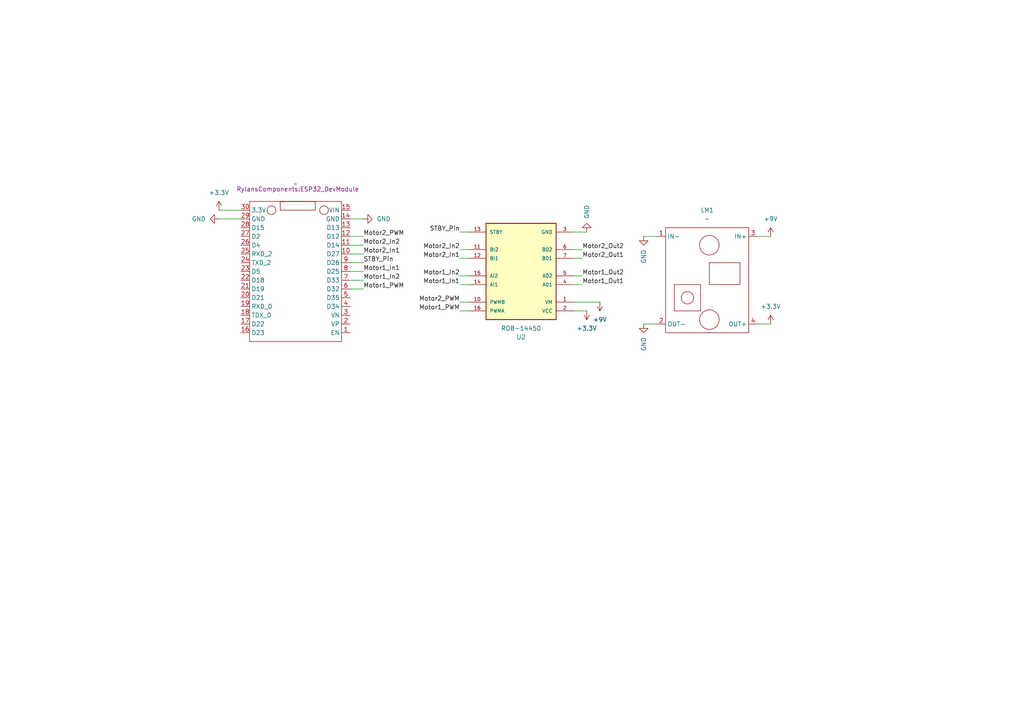
<source format=kicad_sch>
(kicad_sch (version 20250114) (generator "eeschema") (generator_version "9.0")
  (paper "A4")
  (lib_symbols
    (symbol "ROB-14450:ROB-14450" (pin_names (offset 1.016))
      (property "Reference" "U" (at -10.16 16.002 0))
      (property "Value" "ROB-14450" (at -10.16 -15.24 0))
      (symbol "ROB-14450_0_0"
        (rectangle (start -10.16 -12.7) (end 10.16 15.24) (stroke (width 0.254)) (fill (type background)))
        (pin input line (at -15.24 12.7 0) (length 5.08) (name "PWMA") (number "16"))
        (pin input line (at -15.24 10.16 0) (length 5.08) (name "PWMB") (number "10"))
        (pin input line (at -15.24 5.08 0) (length 5.08) (name "AI1") (number "14"))
        (pin input line (at -15.24 2.54 0) (length 5.08) (name "AI2") (number "15"))
        (pin input line (at -15.24 -2.54 0) (length 5.08) (name "BI1") (number "12"))
        (pin input line (at -15.24 -5.08 0) (length 5.08) (name "BI2") (number "11"))
        (pin input line (at -15.24 -10.16 0) (length 5.08) (name "STBY") (number "13"))
        (pin power_in line (at 15.24 12.7 180) (length 5.08) (name "VCC") (number "2"))
        (pin power_in line (at 15.24 10.16 180) (length 5.08) (name "VM") (number "1"))
        (pin output line (at 15.24 5.08 180) (length 5.08) (name "A01") (number "4"))
        (pin output line (at 15.24 2.54 180) (length 5.08) (name "A02") (number "5"))
        (pin output line (at 15.24 -2.54 180) (length 5.08) (name "B01") (number "7"))
        (pin output line (at 15.24 -5.08 180) (length 5.08) (name "B02") (number "6"))
        (pin power_in line (at 15.24 -10.16 180) (length 5.08) (name "GND") (number "3"))
        (pin power_in line (at 15.24 -10.16 180) (length 5.08) (hide yes) (name "GND") (number "8"))
        (pin power_in line (at 15.24 -10.16 180) (length 5.08) (hide yes) (name "GND") (number "9"))
      )
    )
    (symbol "RylanSymbols:DC-DC_LM2596"
      (property "Reference" "LM2596" (at 0 -15.494 0))
      (symbol "DC-DC_LM2596_0_1"
        (rectangle (start -12.7 17.78) (end 11.43 -12.7))
        (rectangle (start -10.16 1.27) (end -2.54 -6.35))
        (circle (center -6.35 -2.54) (radius 1.7961))
        (circle (center 0 12.7) (radius 2.8398))
        (rectangle (start 0 7.62) (end 8.89 1.27))
        (circle (center 0 -8.89) (radius 2.8398))
      )
      (symbol "DC-DC_LM2596_1_1"
        (pin input line (at -15.24 15.24 0) (length 2.54) (name "IN-") (number "1"))
        (pin output line (at -15.24 -10.16 0) (length 2.54) (name "OUT-") (number "2"))
        (pin input line (at 13.97 15.24 180) (length 2.54) (name "IN+") (number "3"))
        (pin output line (at 13.97 -10.16 180) (length 2.54) (name "OUT+") (number "4"))
      )
    )
    (symbol "RylanSymbols:ESP32_DevModule"
      (property "Footprint" "RylansComponents:ESP32_DevModule" (at 1.524 -21.844 0))
      (symbol "ESP32_DevModule_0_1"
        (rectangle (start -12.7 20.32) (end 13.97 -20.32))
        (circle (center -7.62 -17.78) (radius 1.27))
        (rectangle (start -5.08 -17.78) (end 5.08 -20.32))
        (circle (center 7.62 -17.78) (radius 1.27))
      )
      (symbol "ESP32_DevModule_1_1"
        (pin input line (at -15.24 17.78 0) (length 2.54) (name "EN") (number "1"))
        (pin bidirectional line (at -15.24 15.24 0) (length 2.54) (name "VP") (number "2"))
        (pin bidirectional line (at -15.24 12.7 0) (length 2.54) (name "VN") (number "3"))
        (pin bidirectional line (at -15.24 10.16 0) (length 2.54) (name "D34") (number "4"))
        (pin bidirectional line (at -15.24 7.62 0) (length 2.54) (name "D35") (number "5"))
        (pin bidirectional line (at -15.24 5.08 0) (length 2.54) (name "D32") (number "6"))
        (pin bidirectional line (at -15.24 2.54 0) (length 2.54) (name "D33") (number "7"))
        (pin bidirectional line (at -15.24 0 0) (length 2.54) (name "D25") (number "8"))
        (pin bidirectional line (at -15.24 -2.54 0) (length 2.54) (name "D26") (number "9"))
        (pin bidirectional line (at -15.24 -5.08 0) (length 2.54) (name "D27") (number "10"))
        (pin bidirectional line (at -15.24 -7.62 0) (length 2.54) (name "D14") (number "11"))
        (pin bidirectional line (at -15.24 -10.16 0) (length 2.54) (name "D12") (number "12"))
        (pin bidirectional line (at -15.24 -12.7 0) (length 2.54) (name "D13") (number "13"))
        (pin input line (at -15.24 -15.24 0) (length 2.54) (name "GND") (number "14"))
        (pin input line (at -15.24 -17.78 0) (length 2.54) (name "VIN") (number "15"))
        (pin bidirectional line (at 16.51 17.78 180) (length 2.54) (name "D23") (number "16"))
        (pin bidirectional line (at 16.51 15.24 180) (length 2.54) (name "D22") (number "17"))
        (pin bidirectional line (at 16.51 12.7 180) (length 2.54) (name "TDX_0") (number "18"))
        (pin bidirectional line (at 16.51 10.16 180) (length 2.54) (name "RXD_0") (number "19"))
        (pin bidirectional line (at 16.51 7.62 180) (length 2.54) (name "D21") (number "20"))
        (pin bidirectional line (at 16.51 5.08 180) (length 2.54) (name "D19") (number "21"))
        (pin bidirectional line (at 16.51 2.54 180) (length 2.54) (name "D18") (number "22"))
        (pin bidirectional line (at 16.51 0 180) (length 2.54) (name "D5") (number "23"))
        (pin bidirectional line (at 16.51 -2.54 180) (length 2.54) (name "TXD_2") (number "24"))
        (pin bidirectional line (at 16.51 -5.08 180) (length 2.54) (name "RXD_2") (number "25"))
        (pin bidirectional line (at 16.51 -7.62 180) (length 2.54) (name "D4") (number "26"))
        (pin bidirectional line (at 16.51 -10.16 180) (length 2.54) (name "D2") (number "27"))
        (pin bidirectional line (at 16.51 -12.7 180) (length 2.54) (name "D15") (number "28"))
        (pin input line (at 16.51 -15.24 180) (length 2.54) (name "GND") (number "29"))
        (pin power_in line (at 16.51 -17.78 180) (length 2.54) (name "3.3V") (number "30"))
      )
    )
    (symbol "power:+3.3V" (power) (pin_numbers (hide yes)) (pin_names (offset 0) (hide yes))
      (property "Value" "+3.3V" (at 0 3.556 0))
      (symbol "+3.3V_0_1"
        (polyline (pts (xy -0.762 1.27) (xy 0 2.54)))
        (polyline (pts (xy 0 2.54) (xy 0.762 1.27)))
        (polyline (pts (xy 0 0) (xy 0 2.54)))
      )
      (symbol "+3.3V_1_1"
        (pin power_in line (at 0 0 90) (length 0) (name "~") (number "1"))
      )
    )
    (symbol "power:+9V" (power) (pin_numbers (hide yes)) (pin_names (offset 0) (hide yes))
      (property "Value" "+9V" (at 0 3.556 0))
      (symbol "+9V_0_1"
        (polyline (pts (xy -0.762 1.27) (xy 0 2.54)))
        (polyline (pts (xy 0 2.54) (xy 0.762 1.27)))
        (polyline (pts (xy 0 0) (xy 0 2.54)))
      )
      (symbol "+9V_1_1"
        (pin power_in line (at 0 0 90) (length 0) (name "~") (number "1"))
      )
    )
    (symbol "power:GND" (power) (pin_numbers (hide yes)) (pin_names (offset 0) (hide yes))
      (property "Value" "GND" (at 0 -3.81 0))
      (symbol "GND_0_1"
        (polyline (pts (xy 0 0) (xy 0 -1.27) (xy 1.27 -1.27) (xy 0 -2.54) (xy -1.27 -1.27) (xy 0 -1.27)))
      )
      (symbol "GND_1_1"
        (pin power_in line (at 0 0 270) (length 0) (name "~") (number "1"))
      )
    )
  )
  (wire (pts (xy 101.6 68.58) (xy 105.41 68.58)))
  (wire (pts (xy 166.37 80.01) (xy 168.91 80.01)))
  (wire (pts (xy 166.37 82.55) (xy 168.91 82.55)))
  (wire (pts (xy 166.37 74.93) (xy 168.91 74.93)))
  (wire (pts (xy 166.37 90.17) (xy 170.18 90.17)))
  (wire (pts (xy 135.89 80.01) (xy 133.35 80.01)))
  (wire (pts (xy 101.6 81.28) (xy 105.41 81.28)))
  (wire (pts (xy 101.6 71.12) (xy 105.41 71.12)))
  (wire (pts (xy 63.5 63.5) (xy 69.85 63.5)))
  (wire (pts (xy 186.69 68.58) (xy 190.5 68.58)))
  (wire (pts (xy 133.35 87.63) (xy 135.89 87.63)))
  (wire (pts (xy 101.6 63.5) (xy 105.41 63.5)))
  (wire (pts (xy 219.71 68.58) (xy 223.52 68.58)))
  (wire (pts (xy 135.89 72.39) (xy 133.35 72.39)))
  (wire (pts (xy 166.37 67.31) (xy 170.18 67.31)))
  (wire (pts (xy 135.89 74.93) (xy 133.35 74.93)))
  (wire (pts (xy 101.6 78.74) (xy 105.41 78.74)))
  (wire (pts (xy 135.89 82.55) (xy 133.35 82.55)))
  (wire (pts (xy 186.69 93.98) (xy 190.5 93.98)))
  (wire (pts (xy 166.37 72.39) (xy 168.91 72.39)))
  (wire (pts (xy 101.6 83.82) (xy 105.41 83.82)))
  (wire (pts (xy 166.37 87.63) (xy 173.99 87.63)))
  (wire (pts (xy 63.5 60.96) (xy 69.85 60.96)))
  (wire (pts (xy 101.6 73.66) (xy 105.41 73.66)))
  (wire (pts (xy 101.6 76.2) (xy 105.41 76.2)))
  (wire (pts (xy 133.35 67.31) (xy 135.89 67.31)))
  (wire (pts (xy 219.71 93.98) (xy 223.52 93.98)))
  (wire (pts (xy 133.35 90.17) (xy 135.89 90.17)))
  (label "STBY_Pin" (at 105.41 76.2 0))
  (label "Motor2_In1" (at 105.41 73.66 0))
  (label "Motor1_Out1" (at 168.91 82.55 0))
  (label "Motor1_In1" (at 133.35 82.55 180))
  (label "Motor1_Out2" (at 168.91 80.01 0))
  (label "Motor2_Out2" (at 168.91 72.39 0))
  (label "Motor2_Out1" (at 168.91 74.93 0))
  (label "Motor1_In2" (at 105.41 81.28 0))
  (label "Motor2_In1" (at 133.35 74.93 180))
  (label "Motor2_In2" (at 133.35 72.39 180))
  (label "Motor1_PWM" (at 105.41 83.82 0))
  (label "Motor1_In2" (at 133.35 80.01 180))
  (label "Motor2_In2" (at 105.41 71.12 0))
  (label "Motor1_PWM" (at 133.35 90.17 180))
  (label "Motor2_PWM" (at 133.35 87.63 180))
  (label "Motor1_In1" (at 105.41 78.74 0))
  (label "STBY_Pin" (at 133.35 67.31 180))
  (label "Motor2_PWM" (at 105.41 68.58 0))
  (symbol (lib_id "power:+3.3V") (at 170.18 90.17 0) (mirror x) (unit 1)
    (property "Reference" "#PWR07" (effects (hide yes)))
    (property "Value" "+3.3V" (at 170.18 95.25 0))
    (property "Description" "Power symbol creates a global label with name \"+3.3V\"" (effects (hide yes)))
  )
  (symbol (lib_id "power:GND") (at 170.18 67.31 180) (unit 1)
    (property "Reference" "#PWR03" (effects (hide yes)))
    (property "Value" "GND" (at 170.1801 63.5 90) (effects (justify right)))
    (property "Description" "Power symbol creates a global label with name \"GND\" , ground" (effects (hide yes)))
  )
  (symbol (lib_id "power:GND") (at 186.69 68.58 0) (mirror y) (unit 1)
    (property "Reference" "#PWR05" (effects (hide yes)))
    (property "Value" "GND" (at 186.6901 72.39 90) (effects (justify right)))
    (property "Description" "Power symbol creates a global label with name \"GND\" , ground" (effects (hide yes)))
  )
  (symbol (lib_id "RylanSymbols:DC-DC_LM2596") (at 205.74 83.82 0) (unit 1)
    (property "Reference" "LM1" (at 205.105 60.96 0))
    (property "Value" "~" (at 205.105 63.5 0))
    (property "Footprint" "RylansComponents:DC-DC LM2596" (effects (hide yes)))
  )
  (symbol (lib_id "power:GND") (at 63.5 63.5 270) (unit 1)
    (property "Reference" "#PWR01" (effects (hide yes)))
    (property "Value" "GND" (at 59.69 63.4999 90) (effects (justify right)))
    (property "Description" "Power symbol creates a global label with name \"GND\" , ground" (effects (hide yes)))
  )
  (symbol (lib_id "ROB-14450:ROB-14450") (at 151.13 77.47 0) (mirror x) (unit 1)
    (property "Reference" "U2" (at 151.13 97.79 0))
    (property "Value" "ROB-14450" (at 151.13 95.25 0))
    (property "Footprint" "ROB-14450:MODULE_ROB-14450" (effects (hide yes)))
    (property "MF" "SparkFun Electronics" (effects (hide yes)))
    (property "Description_1" "TB6612FNG - Motor Controller/Driver Power Management Evaluation Board" (effects (hide yes)))
    (property "Package" "None" (effects (hide yes)))
    (property "Price" "None" (effects (hide yes)))
    (property "Check_prices" "https://www.snapeda.com/parts/ROB-14450/SparkFun/view-part/?ref=eda" (effects (hide yes)))
    (property "STANDARD" "Manufacturer Recommendation" (effects (hide yes)))
    (property "PARTREV" "11-13-17" (effects (hide yes)))
    (property "SnapEDA_Link" "https://www.snapeda.com/parts/ROB-14450/SparkFun/view-part/?ref=snap" (effects (hide yes)))
    (property "MP" "ROB-14450" (effects (hide yes)))
    (property "Availability" "Not in stock" (effects (hide yes)))
    (property "MANUFACTURER" "Sparkfun Electronics" (effects (hide yes)))
  )
  (symbol (lib_id "power:GND") (at 186.69 93.98 0) (mirror y) (unit 1)
    (property "Reference" "#PWR04" (effects (hide yes)))
    (property "Value" "GND" (at 186.6901 97.79 90) (effects (justify right)))
    (property "Description" "Power symbol creates a global label with name \"GND\" , ground" (effects (hide yes)))
  )
  (symbol (lib_id "power:+9V") (at 173.99 87.63 0) (mirror x) (unit 1)
    (property "Reference" "#PWR09" (effects (hide yes)))
    (property "Value" "+9V" (at 173.99 92.71 0))
    (property "Description" "Power symbol creates a global label with name \"+9V\"" (effects (hide yes)))
  )
  (symbol (lib_id "power:GND") (at 105.41 63.5 90) (mirror x) (unit 1)
    (property "Reference" "#PWR02" (effects (hide yes)))
    (property "Value" "GND" (at 109.22 63.4999 90) (effects (justify right)))
    (property "Description" "Power symbol creates a global label with name \"GND\" , ground" (effects (hide yes)))
  )
  (symbol (lib_id "power:+9V") (at 223.52 68.58 0) (unit 1)
    (property "Reference" "#PWR010" (effects (hide yes)))
    (property "Value" "+9V" (at 223.52 63.5 0))
    (property "Description" "Power symbol creates a global label with name \"+9V\"" (effects (hide yes)))
  )
  (symbol (lib_id "power:+3.3V") (at 223.52 93.98 0) (unit 1)
    (property "Reference" "#PWR06" (effects (hide yes)))
    (property "Value" "+3.3V" (at 223.52 88.9 0))
    (property "Description" "Power symbol creates a global label with name \"+3.3V\"" (effects (hide yes)))
  )
  (symbol (lib_id "RylanSymbols:ESP32_DevModule") (at 86.36 78.74 180) (unit 1)
    (property "Reference" "ESP32_DevModule1" (effects (hide yes)))
    (property "Value" "~" (at 85.725 53.34 0))
    (property "Footprint" "RylansComponents:ESP32_DevModule" (at 86.36 54.864 0))
  )
  (symbol (lib_id "power:+3.3V") (at 63.5 60.96 0) (unit 1)
    (property "Reference" "#PWR08" (effects (hide yes)))
    (property "Value" "+3.3V" (at 63.5 55.88 0))
    (property "Description" "Power symbol creates a global label with name \"+3.3V\"" (effects (hide yes)))
  )
)
</source>
